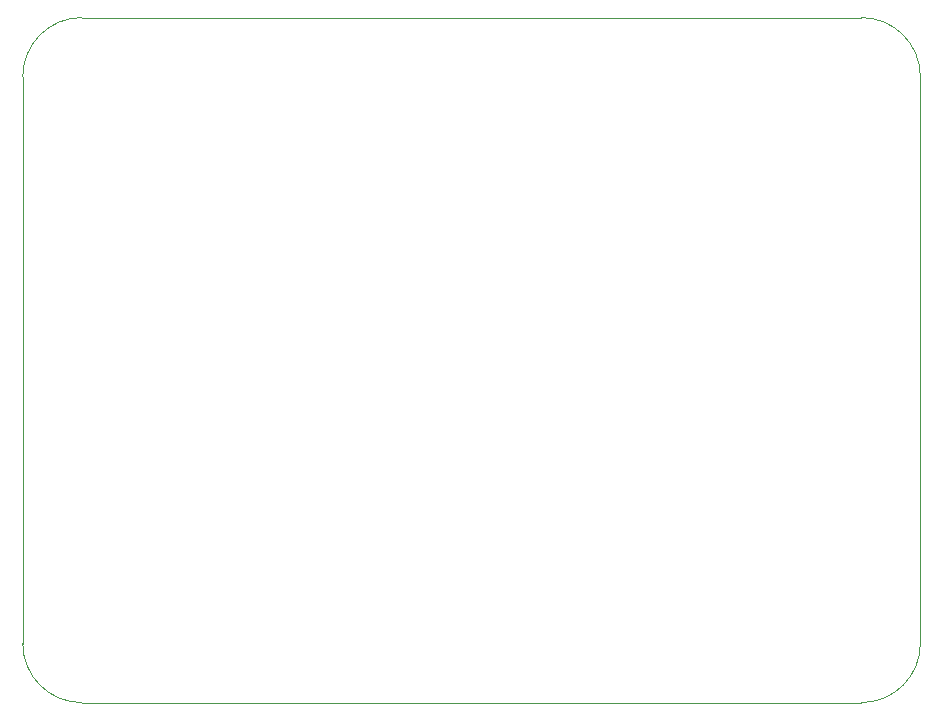
<source format=gbr>
%TF.GenerationSoftware,KiCad,Pcbnew,8.0.8*%
%TF.CreationDate,2025-01-20T15:00:34+07:00*%
%TF.ProjectId,Teensy4.0,5465656e-7379-4342-9e30-2e6b69636164,rev?*%
%TF.SameCoordinates,Original*%
%TF.FileFunction,Profile,NP*%
%FSLAX46Y46*%
G04 Gerber Fmt 4.6, Leading zero omitted, Abs format (unit mm)*
G04 Created by KiCad (PCBNEW 8.0.8) date 2025-01-20 15:00:34*
%MOMM*%
%LPD*%
G01*
G04 APERTURE LIST*
%TA.AperFunction,Profile*%
%ADD10C,0.050000*%
%TD*%
G04 APERTURE END LIST*
D10*
X109000000Y-127000000D02*
X175000000Y-127000000D01*
X180000000Y-122000000D02*
X180000000Y-74000000D01*
X175000000Y-69000000D02*
G75*
G02*
X180000000Y-74000000I0J-5000000D01*
G01*
X109000000Y-69000000D02*
X175000000Y-69000000D01*
X109000000Y-127000000D02*
G75*
G02*
X104000000Y-122000000I0J5000000D01*
G01*
X180000000Y-122000000D02*
G75*
G02*
X175000000Y-127000000I-5000000J0D01*
G01*
X104000000Y-74000000D02*
G75*
G02*
X109000000Y-69000000I5000000J0D01*
G01*
X104000000Y-74000000D02*
X104000000Y-122000000D01*
M02*

</source>
